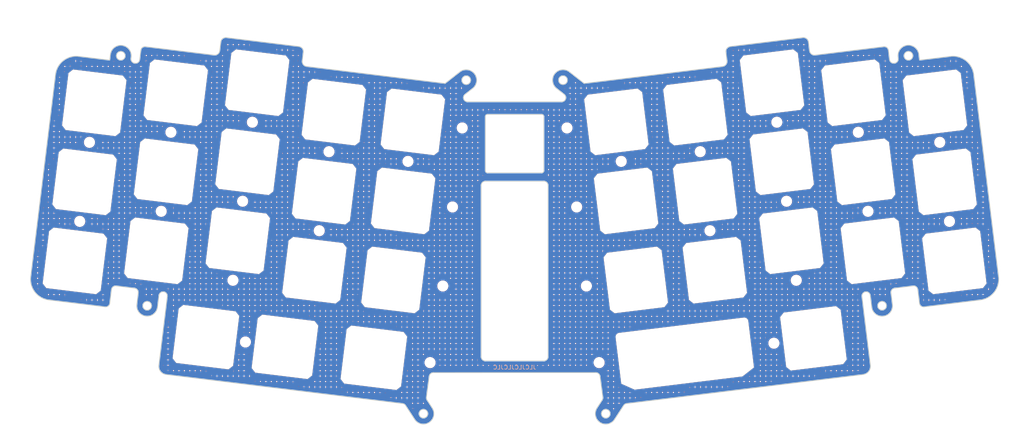
<source format=kicad_pcb>
(kicad_pcb (version 20221018) (generator pcbnew)
  (title_block (title "Le Capybara") (date "2023-07-07") (rev "v0.1") (company "sporkus"))
  (layers (0 "F.Cu" signal) (31 "B.Cu" signal) (34 "B.Paste" user) (35 "F.Paste" user) (36 "B.SilkS" user "B.Silkscreen") (37 "F.SilkS" user "F.Silkscreen") (38 "B.Mask" user) (39 "F.Mask" user) (44 "Edge.Cuts" user))
  (net 0 "")
  (footprint "capacitive_sensors:plate_cut_1U_topre" (layer "F.Cu") (at 194.537698 114.650454 -83)
    (fp_text reference "SW27")
    (fp_text value "EC_SW" hide)
    (fp_line (start -7.3 -6) (end -7.3 6) (stroke (width 0.05)) (layer "Edge.Cuts"))
    (fp_line (start -7.3 -6) (end -6.3 -7) (stroke (width 0.05)) (layer "Edge.Cuts"))
    (fp_line (start -6.3 7) (end -7.3 6) (stroke (width 0.05)) (layer "Edge.Cuts"))
    (fp_line (start -6.3 7) (end 6.3 7) (stroke (width 0.05)) (layer "Edge.Cuts"))
    (fp_line (start 6.3 -7) (end -6.3 -7) (stroke (width 0.05)) (layer "Edge.Cuts"))
    (fp_line (start 6.3 7) (end 7.3 6) (stroke (width 0.05)) (layer "Edge.Cuts"))
    (fp_line (start 7.3 -6) (end 6.3 -7) (stroke (width 0.05)) (layer "Edge.Cuts"))
    (fp_line (start 7.3 6) (end 7.3 -6) (stroke (width 0.05)) (layer "Edge.Cuts"))
  )
  (footprint "capacitive_sensors:MountingHole_2.2mm_M2" (layer "F.Cu") (at 166.860803 136.750673)
    (fp_text reference "H27" hide)
    (fp_text value "M2 Hole")
    (fp_circle (center 0 0) (end 1.1 0) (stroke (width 0.05)) (fill none) (layer "Edge.Cuts"))
    (pad "" np_thru_hole circle (at 0 0) (size 2.2 2.2) (drill 2.2) (layers "*.Cu" "*.Mask"))
  )
  (footprint "capacitive_sensors:plate_cut_1U_topre" (layer "F.Cu") (at 212.8653 107.601842 -83)
    (fp_text reference "SW28")
    (fp_text value "EC_SW" hide)
    (fp_line (start -7.3 -6) (end -7.3 6) (stroke (width 0.05)) (layer "Edge.Cuts"))
    (fp_line (start -7.3 -6) (end -6.3 -7) (stroke (width 0.05)) (layer "Edge.Cuts"))
    (fp_line (start -6.3 7) (end -7.3 6) (stroke (width 0.05)) (layer "Edge.Cuts"))
    (fp_line (start -6.3 7) (end 6.3 7) (stroke (width 0.05)) (layer "Edge.Cuts"))
    (fp_line (start 6.3 -7) (end -6.3 -7) (stroke (width 0.05)) (layer "Edge.Cuts"))
    (fp_line (start 6.3 7) (end 7.3 6) (stroke (width 0.05)) (layer "Edge.Cuts"))
    (fp_line (start 7.3 -6) (end 6.3 -7) (stroke (width 0.05)) (layer "Edge.Cuts"))
    (fp_line (start 7.3 6) (end 7.3 -6) (stroke (width 0.05)) (layer "Edge.Cuts"))
  )
  (footprint "capacitive_sensors:plate_cut_1U_topre" (layer "F.Cu") (at 122.292472 79.156057 83)
    (fp_text reference "SW5")
    (fp_text value "EC_SW" hide)
    (fp_line (start -7.3 -6) (end -7.3 6) (stroke (width 0.05)) (layer "Edge.Cuts"))
    (fp_line (start -7.3 -6) (end -6.3 -7) (stroke (width 0.05)) (layer "Edge.Cuts"))
    (fp_line (start -6.3 7) (end -7.3 6) (stroke (width 0.05)) (layer "Edge.Cuts"))
    (fp_line (start -6.3 7) (end 6.3 7) (stroke (width 0.05)) (layer "Edge.Cuts"))
    (fp_line (start 6.3 -7) (end -6.3 -7) (stroke (width 0.05)) (layer "Edge.Cuts"))
    (fp_line (start 6.3 7) (end 7.3 6) (stroke (width 0.05)) (layer "Edge.Cuts"))
    (fp_line (start 7.3 -6) (end 6.3 -7) (stroke (width 0.05)) (layer "Edge.Cuts"))
    (fp_line (start 7.3 6) (end 7.3 -6) (stroke (width 0.05)) (layer "Edge.Cuts"))
  )
  (footprint "capacitive_sensors:plate_cut_1U_topre" (layer "F.Cu") (at 119.970861 98.064061 83)
    (fp_text reference "SW15")
    (fp_text value "EC_SW" hide)
    (fp_line (start -7.3 -6) (end -7.3 6) (stroke (width 0.05)) (layer "Edge.Cuts"))
    (fp_line (start -7.3 -6) (end -6.3 -7) (stroke (width 0.05)) (layer "Edge.Cuts"))
    (fp_line (start -6.3 7) (end -7.3 6) (stroke (width 0.05)) (layer "Edge.Cuts"))
    (fp_line (start -6.3 7) (end 6.3 7) (stroke (width 0.05)) (layer "Edge.Cuts"))
    (fp_line (start 6.3 -7) (end -6.3 -7) (stroke (width 0.05)) (layer "Edge.Cuts"))
    (fp_line (start 6.3 7) (end 7.3 6) (stroke (width 0.05)) (layer "Edge.Cuts"))
    (fp_line (start 7.3 -6) (end 6.3 -7) (stroke (width 0.05)) (layer "Edge.Cuts"))
    (fp_line (start 7.3 6) (end 7.3 -6) (stroke (width 0.05)) (layer "Edge.Cuts"))
  )
  (footprint "capacitive_sensors:plate_cut_1U_topre" (layer "F.Cu") (at 91.692634 132.978056 -7)
    (fp_text reference "SW31")
    (fp_text value "EC_SW" hide)
    (fp_line (start -7.3 -6) (end -7.3 6) (stroke (width 0.05)) (layer "Edge.Cuts"))
    (fp_line (start -7.3 -6) (end -6.3 -7) (stroke (width 0.05)) (layer "Edge.Cuts"))
    (fp_line (start -6.3 7) (end -7.3 6) (stroke (width 0.05)) (layer "Edge.Cuts"))
    (fp_line (start -6.3 7) (end 6.3 7) (stroke (width 0.05)) (layer "Edge.Cuts"))
    (fp_line (start 6.3 -7) (end -6.3 -7) (stroke (width 0.05)) (layer "Edge.Cuts"))
    (fp_line (start 6.3 7) (end 7.3 6) (stroke (width 0.05)) (layer "Edge.Cuts"))
    (fp_line (start 7.3 -6) (end 6.3 -7) (stroke (width 0.05)) (layer "Edge.Cuts"))
    (fp_line (start 7.3 6) (end 7.3 -6) (stroke (width 0.05)) (layer "Edge.Cuts"))
  )
  (footprint "capacitive_sensors:plate_cut_1U_topre" (layer "F.Cu") (at 232.353707 110.007232 -83)
    (fp_text reference "SW29")
    (fp_text value "EC_SW" hide)
    (fp_line (start -7.3 -6) (end -7.3 6) (stroke (width 0.05)) (layer "Edge.Cuts"))
    (fp_line (start -7.3 -6) (end -6.3 -7) (stroke (width 0.05)) (layer "Edge.Cuts"))
    (fp_line (start -6.3 7) (end -7.3 6) (stroke (width 0.05)) (layer "Edge.Cuts"))
    (fp_line (start -6.3 7) (end 6.3 7) (stroke (width 0.05)) (layer "Edge.Cuts"))
    (fp_line (start 6.3 -7) (end -6.3 -7) (stroke (width 0.05)) (layer "Edge.Cuts"))
    (fp_line (start 6.3 7) (end 7.3 6) (stroke (width 0.05)) (layer "Edge.Cuts"))
    (fp_line (start 7.3 -6) (end 6.3 -7) (stroke (width 0.05)) (layer "Edge.Cuts"))
    (fp_line (start 7.3 6) (end 7.3 -6) (stroke (width 0.05)) (layer "Edge.Cuts"))
  )
  (footprint "capacitive_sensors:MountingHole_2.2mm_M2" (layer "F.Cu") (at 159.168967 80.607062)
    (fp_text reference "H3" hide)
    (fp_text value "M2 Hole")
    (fp_circle (center 0 0) (end 1.1 0) (stroke (width 0.05)) (fill none) (layer "Edge.Cuts"))
    (pad "" np_thru_hole circle (at 0 0) (size 2.2 2.2) (drill 2.2) (layers "*.Cu" "*.Mask"))
  )
  (footprint "capacitive_sensors:plate_cut_1U_topre" (layer "F.Cu") (at 230.032096 91.099228 -83)
    (fp_text reference "SW19")
    (fp_text value "EC_SW" hide)
    (fp_line (start -7.3 -6) (end -7.3 6) (stroke (width 0.05)) (layer "Edge.Cuts"))
    (fp_line (start -7.3 -6) (end -6.3 -7) (stroke (width 0.05)) (layer "Edge.Cuts"))
    (fp_line (start -6.3 7) (end -7.3 6) (stroke (width 0.05)) (layer "Edge.Cuts"))
    (fp_line (start -6.3 7) (end 6.3 7) (stroke (width 0.05)) (layer "Edge.Cuts"))
    (fp_line (start 6.3 -7) (end -6.3 -7) (stroke (width 0.05)) (layer "Edge.Cuts"))
    (fp_line (start 6.3 7) (end 7.3 6) (stroke (width 0.05)) (layer "Edge.Cuts"))
    (fp_line (start 7.3 -6) (end 6.3 -7) (stroke (width 0.05)) (layer "Edge.Cuts"))
    (fp_line (start 7.3 6) (end 7.3 -6) (stroke (width 0.05)) (layer "Edge.Cuts"))
  )
  (footprint "capacitive_sensors:MountingHole_2.2mm_M2" (layer "F.Cu") (at 126.418141 136.750673)
    (fp_text reference "H2" hide)
    (fp_text value "M2 Hole")
    (fp_circle (center 0 0) (end 1.1 0) (stroke (width 0.05)) (fill none) (layer "Edge.Cuts"))
    (pad "" np_thru_hole circle (at 0 0) (size 2.2 2.2) (drill 2.2) (layers "*.Cu" "*.Mask"))
  )
  (footprint "capacitive_sensors:plate_cut_1U_topre" (layer "F.Cu") (at 72.784629 130.656448 -7)
    (fp_text reference "SW35")
    (fp_text value "EC_SW" hide)
    (fp_line (start -7.3 -6) (end -7.3 6) (stroke (width 0.05)) (layer "Edge.Cuts"))
    (fp_line (start -7.3 -6) (end -6.3 -7) (stroke (width 0.05)) (layer "Edge.Cuts"))
    (fp_line (start -6.3 7) (end -7.3 6) (stroke (width 0.05)) (layer "Edge.Cuts"))
    (fp_line (start -6.3 7) (end 6.3 7) (stroke (width 0.05)) (layer "Edge.Cuts"))
    (fp_line (start 6.3 -7) (end -6.3 -7) (stroke (width 0.05)) (layer "Edge.Cuts"))
    (fp_line (start 6.3 7) (end 7.3 6) (stroke (width 0.05)) (layer "Edge.Cuts"))
    (fp_line (start 7.3 -6) (end 6.3 -7) (stroke (width 0.05)) (layer "Edge.Cuts"))
    (fp_line (start 7.3 6) (end 7.3 -6) (stroke (width 0.05)) (layer "Edge.Cuts"))
  )
  (footprint "capacitive_sensors:MountingHole_2.2mm_M2" (layer "F.Cu") (at 81.574451 98.147837)
    (fp_text reference "H24" hide)
    (fp_text value "M2 Hole")
    (fp_circle (center 0 0) (end 1.1 0) (stroke (width 0.05)) (fill none) (layer "Edge.Cuts"))
    (pad "" np_thru_hole circle (at 0 0) (size 2.2 2.2) (drill 2.2) (layers "*.Cu" "*.Mask"))
  )
  (footprint "capacitive_sensors:MountingHole_2.2mm_M2" (layer "F.Cu") (at 231.18673 100.554051)
    (fp_text reference "H33" hide)
    (fp_text value "M2 Hole")
    (fp_circle (center 0 0) (end 1.1 0) (stroke (width 0.05)) (fill none) (layer "Edge.Cuts"))
    (pad "" np_thru_hole circle (at 0 0) (size 2.2 2.2) (drill 2.2) (layers "*.Cu" "*.Mask"))
  )
  (footprint "capacitive_sensors:MountingHole_2.2mm_M2" (layer "F.Cu") (at 129.466755 118.423073)
    (fp_text reference "H14" hide)
    (fp_text value "M2 Hole")
    (fp_circle (center 0 0) (end 1.1 0) (stroke (width 0.05)) (fill none) (layer "Edge.Cuts"))
    (pad "" np_thru_hole circle (at 0 0) (size 2.2 2.2) (drill 2.2) (layers "*.Cu" "*.Mask"))
  )
  (footprint "capacitive_sensors:plate_cut_1U_topre" (layer "F.Cu") (at 60.925238 110.007232 83)
    (fp_text reference "SW22")
    (fp_text value "EC_SW" hide)
    (fp_line (start -7.3 -6) (end -7.3 6) (stroke (width 0.05)) (layer "Edge.Cuts"))
    (fp_line (start -7.3 -6) (end -6.3 -7) (stroke (width 0.05)) (layer "Edge.Cuts"))
    (fp_line (start -6.3 7) (end -7.3 6) (stroke (width 0.05)) (layer "Edge.Cuts"))
    (fp_line (start -6.3 7) (end 6.3 7) (stroke (width 0.05)) (layer "Edge.Cuts"))
    (fp_line (start 6.3 -7) (end -6.3 -7) (stroke (width 0.05)) (layer "Edge.Cuts"))
    (fp_line (start 6.3 7) (end 7.3 6) (stroke (width 0.05)) (layer "Edge.Cuts"))
    (fp_line (start 7.3 -6) (end 6.3 -7) (stroke (width 0.05)) (layer "Edge.Cuts"))
    (fp_line (start 7.3 6) (end 7.3 -6) (stroke (width 0.05)) (layer "Edge.Cuts"))
  )
  (footprint "capacitive_sensors:plate_cut_1U_topre" (layer "F.Cu") (at 175.629694 116.972065 -83)
    (fp_text reference "SW26")
    (fp_text value "EC_SW" hide)
    (fp_line (start -7.3 -6) (end -7.3 6) (stroke (width 0.05)) (layer "Edge.Cuts"))
    (fp_line (start -7.3 -6) (end -6.3 -7) (stroke (width 0.05)) (layer "Edge.Cuts"))
    (fp_line (start -6.3 7) (end -7.3 6) (stroke (width 0.05)) (layer "Edge.Cuts"))
    (fp_line (start -6.3 7) (end 6.3 7) (stroke (width 0.05)) (layer "Edge.Cuts"))
    (fp_line (start 6.3 -7) (end -6.3 -7) (stroke (width 0.05)) (layer "Edge.Cuts"))
    (fp_line (start 6.3 7) (end 7.3 6) (stroke (width 0.05)) (layer "Edge.Cuts"))
    (fp_line (start 7.3 -6) (end 6.3 -7) (stroke (width 0.05)) (layer "Edge.Cuts"))
    (fp_line (start 7.3 6) (end 7.3 -6) (stroke (width 0.05)) (layer "Edge.Cuts"))
  )
  (footprint "capacitive_sensors:plate_cut_1U_topre" (layer "F.Cu") (at 103.384468 76.834446 83)
    (fp_text reference "SW4")
    (fp_text value "EC_SW" hide)
    (fp_line (start -7.3 -6) (end -7.3 6) (stroke (width 0.05)) (layer "Edge.Cuts"))
    (fp_line (start -7.3 -6) (end -6.3 -7) (stroke (width 0.05)) (layer "Edge.Cuts"))
    (fp_line (start -6.3 7) (end -7.3 6) (stroke (width 0.05)) (layer "Edge.Cuts"))
    (fp_line (start -6.3 7) (end 6.3 7) (stroke (width 0.05)) (layer "Edge.Cuts"))
    (fp_line (start 6.3 -7) (end -6.3 -7) (stroke (width 0.05)) (layer "Edge.Cuts"))
    (fp_line (start 6.3 7) (end 7.3 6) (stroke (width 0.05)) (layer "Edge.Cuts"))
    (fp_line (start 7.3 -6) (end 6.3 -7) (stroke (width 0.05)) (layer "Edge.Cuts"))
    (fp_line (start 7.3 6) (end 7.3 -6) (stroke (width 0.05)) (layer "Edge.Cuts"))
  )
  (footprint "capacitive_sensors:MountingHole_2.2mm_M2" (layer "F.Cu") (at 42.603801 102.95944)
    (fp_text reference "H7" hide)
    (fp_text value "M2 Hole")
    (fp_circle (center 0 0) (end 1.1 0) (stroke (width 0.05)) (fill none) (layer "Edge.Cuts"))
    (pad "" np_thru_hole circle (at 0 0) (size 2.2 2.2) (drill 2.2) (layers "*.Cu" "*.Mask"))
  )
  (footprint "capacitive_sensors:MountingHole_2.2mm_M2" (layer "F.Cu") (at 248.353525 84.051435)
    (fp_text reference "H29" hide)
    (fp_text value "M2 Hole")
    (fp_circle (center 0 0) (end 1.1 0) (stroke (width 0.05)) (fill none) (layer "Edge.Cuts"))
    (pad "" np_thru_hole circle (at 0 0) (size 2.2 2.2) (drill 2.2) (layers "*.Cu" "*.Mask"))
  )
  (footprint "capacitive_sensors:plate_cut_1U_topre" (layer "F.Cu") (at 117.64925 116.972065 83)
    (fp_text reference "SW25")
    (fp_text value "EC_SW" hide)
    (fp_line (start -7.3 -6) (end -7.3 6) (stroke (width 0.05)) (layer "Edge.Cuts"))
    (fp_line (start -7.3 -6) (end -6.3 -7) (stroke (width 0.05)) (layer "Edge.Cuts"))
    (fp_line (start -6.3 7) (end -7.3 6) (stroke (width 0.05)) (layer "Edge.Cuts"))
    (fp_line (start -6.3 7) (end 6.3 7) (stroke (width 0.05)) (layer "Edge.Cuts"))
    (fp_line (start 6.3 -7) (end -6.3 -7) (stroke (width 0.05)) (layer "Edge.Cuts"))
    (fp_line (start 6.3 7) (end 7.3 6) (stroke (width 0.05)) (layer "Edge.Cuts"))
    (fp_line (start 7.3 -6) (end 6.3 -7) (stroke (width 0.05)) (layer "Edge.Cuts"))
    (fp_line (start 7.3 6) (end 7.3 -6) (stroke (width 0.05)) (layer "Edge.Cuts"))
  )
  (footprint "capacitive_sensors:MountingHole_2.2mm_M2" (layer "F.Cu") (at 209.376715 79.24065)
    (fp_text reference "H30" hide)
    (fp_text value "M2 Hole")
    (fp_circle (center 0 0) (end 1.1 0) (stroke (width 0.05)) (fill none) (layer "Edge.Cuts"))
    (pad "" np_thru_hole circle (at 0 0) (size 2.2 2.2) (drill 2.2) (layers "*.Cu" "*.Mask"))
  )
  (footprint "capacitive_sensors:plate_cut_1U_topre" (layer "F.Cu") (at 112.964139 135.589868 -7)
    (fp_text reference "SW32")
    (fp_text value "EC_SW" hide)
    (fp_line (start -7.3 -6) (end -7.3 6) (stroke (width 0.05)) (layer "Edge.Cuts"))
    (fp_line (start -7.3 -6) (end -6.3 -7) (stroke (width 0.05)) (layer "Edge.Cuts"))
    (fp_line (start -6.3 7) (end -7.3 6) (stroke (width 0.05)) (layer "Edge.Cuts"))
    (fp_line (start -6.3 7) (end 6.3 7) (stroke (width 0.05)) (layer "Edge.Cuts"))
    (fp_line (start 6.3 -7) (end -6.3 -7) (stroke (width 0.05)) (layer "Edge.Cuts"))
    (fp_line (start 6.3 7) (end 7.3 6) (stroke (width 0.05)) (layer "Edge.Cuts"))
    (fp_line (start 7.3 -6) (end 6.3 -7) (stroke (width 0.05)) (layer "Edge.Cuts"))
    (fp_line (start 7.3 6) (end 7.3 -6) (stroke (width 0.05)) (layer "Edge.Cuts"))
  )
  (footprint "capacitive_sensors:plate_cut_1U_topre" (layer "F.Cu") (at 43.758442 93.504618 83)
    (fp_text reference "SW11")
    (fp_text value "EC_SW" hide)
    (fp_line (start -7.3 -6) (end -7.3 6) (stroke (width 0.05)) (layer "Edge.Cuts"))
    (fp_line (start -7.3 -6) (end -6.3 -7) (stroke (width 0.05)) (layer "Edge.Cuts"))
    (fp_line (start -6.3 7) (end -7.3 6) (stroke (width 0.05)) (layer "Edge.Cuts"))
    (fp_line (start -6.3 7) (end 6.3 7) (stroke (width 0.05)) (layer "Edge.Cuts"))
    (fp_line (start 6.3 -7) (end -6.3 -7) (stroke (width 0.05)) (layer "Edge.Cuts"))
    (fp_line (start 6.3 7) (end 7.3 6) (stroke (width 0.05)) (layer "Edge.Cuts"))
    (fp_line (start 7.3 -6) (end 6.3 -7) (stroke (width 0.05)) (layer "Edge.Cuts"))
    (fp_line (start 7.3 6) (end 7.3 -6) (stroke (width 0.05)) (layer "Edge.Cuts"))
  )
  (footprint "capacitive_sensors:MountingHole_2.2mm_M2" (layer "F.Cu") (at 163.812189 118.423073)
    (fp_text reference "H23" hide)
    (fp_text value "M2 Hole")
    (fp_circle (center 0 0) (end 1.1 0) (stroke (width 0.05)) (fill none) (layer "Edge.Cuts"))
    (pad "" np_thru_hole circle (at 0 0) (size 2.2 2.2) (drill 2.2) (layers "*.Cu" "*.Mask"))
  )
  (footprint "capacitive_sensors:plate_cut_1U_topre" (layer "F.Cu") (at 227.710485 72.191224 -83)
    (fp_text reference "SW9")
    (fp_text value "EC_SW" hide)
    (fp_line (start -7.3 -6) (end -7.3 6) (stroke (width 0.05)) (layer "Edge.Cuts"))
    (fp_line (start -7.3 -6) (end -6.3 -7) (stroke (width 0.05)) (layer "Edge.Cuts"))
    (fp_line (start -6.3 7) (end -7.3 6) (stroke (width 0.05)) (layer "Edge.Cuts"))
    (fp_line (start -6.3 7) (end 6.3 7) (stroke (width 0.05)) (layer "Edge.Cuts"))
    (fp_line (start 6.3 -7) (end -6.3 -7) (stroke (width 0.05)) (layer "Edge.Cuts"))
    (fp_line (start 6.3 7) (end 7.3 6) (stroke (width 0.05)) (layer "Edge.Cuts"))
    (fp_line (start 7.3 -6) (end 6.3 -7) (stroke (width 0.05)) (layer "Edge.Cuts"))
    (fp_line (start 7.3 6) (end 7.3 -6) (stroke (width 0.05)) (layer "Edge.Cuts"))
  )
  (footprint "capacitive_sensors:plate_cut_1U_topre" (layer "F.Cu") (at 247.198892 74.596614 -83)
    (fp_text reference "SW10")
    (fp_text value "EC_SW" hide)
    (fp_line (start -7.3 -6) (end -7.3 6) (stroke (width 0.05)) (layer "Edge.Cuts"))
    (fp_line (start -7.3 -6) (end -6.3 -7) (stroke (width 0.05)) (layer "Edge.Cuts"))
    (fp_line (start -6.3 7) (end -7.3 6) (stroke (width 0.05)) (layer "Edge.Cuts"))
    (fp_line (start -6.3 7) (end 6.3 7) (stroke (width 0.05)) (layer "Edge.Cuts"))
    (fp_line (start 6.3 -7) (end -6.3 -7) (stroke (width 0.05)) (layer "Edge.Cuts"))
    (fp_line (start 6.3 7) (end 7.3 6) (stroke (width 0.05)) (layer "Edge.Cuts"))
    (fp_line (start 7.3 -6) (end 6.3 -7) (stroke (width 0.05)) (layer "Edge.Cuts"))
    (fp_line (start 7.3 6) (end 7.3 -6) (stroke (width 0.05)) (layer "Edge.Cuts"))
  )
  (footprint "capacitive_sensors:plate_cut_1U_topre" (layer "F.Cu") (at 63.246849 91.099228 83)
    (fp_text reference "SW12")
    (fp_text value "EC_SW" hide)
    (fp_line (start -7.3 -6) (end -7.3 6) (stroke (width 0.05)) (layer "Edge.Cuts"))
    (fp_line (start -7.3 -6) (end -6.3 -7) (stroke (width 0.05)) (layer "Edge.Cuts"))
    (fp_line (start -6.3 7) (end -7.3 6) (stroke (width 0.05)) (layer "Edge.Cuts"))
    (fp_line (start -6.3 7) (end 6.3 7) (stroke (width 0.05)) (layer "Edge.Cuts"))
    (fp_line (start 6.3 -7) (end -6.3 -7) (stroke (width 0.05)) (layer "Edge.Cuts"))
    (fp_line (start 6.3 7) (end 7.3 6) (stroke (width 0.05)) (layer "Edge.Cuts"))
    (fp_line (start 7.3 -6) (end 6.3 -7) (stroke (width 0.05)) (layer "Edge.Cuts"))
    (fp_line (start 7.3 6) (end 7.3 -6) (stroke (width 0.05)) (layer "Edge.Cuts"))
  )
  (footprint "capacitive_sensors:plate_cut_1U_topre" (layer "F.Cu") (at 46.080053 74.596614 83)
    (fp_text reference "SW1")
    (fp_text value "EC_SW" hide)
    (fp_line (start -7.3 -6) (end -7.3 6) (stroke (width 0.05)) (layer "Edge.Cuts"))
    (fp_line (start -7.3 -6) (end -6.3 -7) (stroke (width 0.05)) (layer "Edge.Cuts"))
    (fp_line (start -6.3 7) (end -7.3 6) (stroke (width 0.05)) (layer "Edge.Cuts"))
    (fp_line (start -6.3 7) (end 6.3 7) (stroke (width 0.05)) (layer "Edge.Cuts"))
    (fp_line (start 6.3 -7) (end -6.3 -7) (stroke (width 0.05)) (layer "Edge.Cuts"))
    (fp_line (start 6.3 7) (end 7.3 6) (stroke (width 0.05)) (layer "Edge.Cuts"))
    (fp_line (start 7.3 -6) (end 6.3 -7) (stroke (width 0.05)) (layer "Edge.Cuts"))
    (fp_line (start 7.3 6) (end 7.3 -6) (stroke (width 0.05)) (layer "Edge.Cuts"))
  )
  (footprint "capacitive_sensors:MountingHole_2.2mm_M2" (layer "F.Cu") (at 191.049112 86.289267)
    (fp_text reference "H20" hide)
    (fp_text value "M2 Hole")
    (fp_circle (center 0 0) (end 1.1 0) (stroke (width 0.05)) (fill none) (layer "Edge.Cuts"))
    (pad "" np_thru_hole circle (at 0 0) (size 2.2 2.2) (drill 2.2) (layers "*.Cu" "*.Mask"))
  )
  (footprint "capacitive_sensors:MountingHole_2.2mm_M2" (layer "F.Cu") (at 64.413824 81.646043)
    (fp_text reference "H16" hide)
    (fp_text value "M2 Hole")
    (fp_circle (center 0 0) (end 1.1 0) (stroke (width 0.05)) (fill none) (layer "Edge.Cuts"))
    (pad "" np_thru_hole circle (at 0 0) (size 2.2 2.2) (drill 2.2) (layers "*.Cu" "*.Mask"))
  )
  (footprint "capacitive_sensors:plate_cut_1U_topre" (layer "F.Cu") (at 65.56846 72.191224 83)
    (fp_text reference "SW2")
    (fp_text value "EC_SW" hide)
    (fp_line (start -7.3 -6) (end -7.3 6) (stroke (width 0.05)) (layer "Edge.Cuts"))
    (fp_line (start -7.3 -6) (end -6.3 -7) (stroke (width 0.05)) (layer "Edge.Cuts"))
    (fp_line (start -6.3 7) (end -7.3 6) (stroke (width 0.05)) (layer "Edge.Cuts"))
    (fp_line (start -6.3 7) (end 6.3 7) (stroke (width 0.05)) (layer "Edge.Cuts"))
    (fp_line (start 6.3 -7) (end -6.3 -7) (stroke (width 0.05)) (layer "Edge.Cuts"))
    (fp_line (start 6.3 7) (end 7.3 6) (stroke (width 0.05)) (layer "Edge.Cuts"))
    (fp_line (start 7.3 -6) (end 6.3 -7) (stroke (width 0.05)) (layer "Edge.Cuts"))
    (fp_line (start 7.3 6) (end 7.3 -6) (stroke (width 0.05)) (layer "Edge.Cuts"))
  )
  (footprint "capacitive_sensors:plate_cut_1U_topre" (layer "F.Cu") (at 82.735256 88.693838 83)
    (fp_text reference "SW13")
    (fp_text value "EC_SW" hide)
    (fp_line (start -7.3 -6) (end -7.3 6) (stroke (width 0.05)) (layer "Edge.Cuts"))
    (fp_line (start -7.3 -6) (end -6.3 -7) (stroke (width 0.05)) (layer "Edge.Cuts"))
    (fp_line (start -6.3 7) (end -7.3 6) (stroke (width 0.05)) (layer "Edge.Cuts"))
    (fp_line (start -6.3 7) (end 6.3 7) (stroke (width 0.05)) (layer "Edge.Cuts"))
    (fp_line (start 6.3 -7) (end -6.3 -7) (stroke (width 0.05)) (layer "Edge.Cuts"))
    (fp_line (start 6.3 7) (end 7.3 6) (stroke (width 0.05)) (layer "Edge.Cuts"))
    (fp_line (start 7.3 -6) (end 6.3 -7) (stroke (width 0.05)) (layer "Edge.Cuts"))
    (fp_line (start 7.3 6) (end 7.3 -6) (stroke (width 0.05)) (layer "Edge.Cuts"))
  )
  (footprint "capacitive_sensors:MountingHole_2.2mm_M2" (layer "F.Cu") (at 99.902051 105.196455)
    (fp_text reference "H25" hide)
    (fp_text value "M2 Hole")
    (fp_circle (center 0 0) (end 1.1 0) (stroke (width 0.05)) (fill none) (layer "Edge.Cuts"))
    (pad "" np_thru_hole circle (at 0 0) (size 2.2 2.2) (drill 2.2) (layers "*.Cu" "*.Mask"))
  )
  (footprint "capacitive_sensors:MountingHole_2.2mm_M2" (layer "F.Cu") (at 250.675141 102.959438)
    (fp_text reference "H34" hide)
    (fp_text value "M2 Hole")
    (fp_circle (center 0 0) (end 1.1 0) (stroke (width 0.05)) (fill none) (layer "Edge.Cuts"))
    (pad "" np_thru_hole circle (at 0 0) (size 2.2 2.2) (drill 2.2) (layers "*.Cu" "*.Mask"))
  )
  (footprint "capacitive_sensors:plate_cut_1U_topre" (layer "F.Cu") (at 251.843482 112.409408 -83)
    (fp_text reference "SW30")
    (fp_text value "EC_SW" hide)
    (fp_line (start -7.3 -6) (end -7.3 6) (stroke (width 0.05)) (layer "Edge.Cuts"))
    (fp_line (start -7.3 -6) (end -6.3 -7) (stroke (width 0.05)) (layer "Edge.Cuts"))
    (fp_line (start -6.3 7) (end -7.3 6) (stroke (width 0.05)) (layer "Edge.Cuts"))
    (fp_line (start -6.3 7) (end 6.3 7) (stroke (width 0.05)) (layer "Edge.Cuts"))
    (fp_line (start 6.3 -7) (end -6.3 -7) (stroke (width 0.05)) (layer "Edge.Cuts"))
    (fp_line (start 6.3 7) (end 7.3 6) (stroke (width 0.05)) (layer "Edge.Cuts"))
    (fp_line (start 7.3 -6) (end 6.3 -7) (stroke (width 0.05)) (layer "Edge.Cuts"))
    (fp_line (start 7.3 6) (end 7.3 -6) (stroke (width 0.05)) (layer "Edge.Cuts"))
  )
  (footprint "capacitive_sensors:MountingHole_2.2mm_M2" (layer "F.Cu") (at 161.490576 99.515068)
    (fp_text reference "H11" hide)
    (fp_text value "M2 Hole")
    (fp_circle (center 0 0) (end 1.1 0) (stroke (width 0.05)) (fill none) (layer "Edge.Cuts"))
    (pad "" np_thru_hole circle (at 0 0) (size 2.2 2.2) (drill 2.2) (layers "*.Cu" "*.Mask"))
  )
  (footprint "capacitive_sensors:MountingHole_2.2mm_M2" (layer "F.Cu") (at 83.902227 79.240652)
    (fp_text reference "H4" hide)
    (fp_text value "M2 Hole")
    (fp_circle (center 0 0) (end 1.1 0) (stroke (width 0.05)) (fill none) (layer "Edge.Cuts"))
    (pad "" np_thru_hole circle (at 0 0) (size 2.2 2.2) (drill 2.2) (layers "*.Cu" "*.Mask"))
  )
  (footprint "capacitive_sensors:MountingHole_2.2mm_M2" (layer "F.Cu") (at 134.109977 80.607062)
    (fp_text reference "H21" hide)
    (fp_text value "M2 Hole")
    (fp_circle (center 0 0) (end 1.1 0) (stroke (width 0.05)) (fill none) (layer "Edge.Cuts"))
    (pad "" np_thru_hole circle (at 0 0) (size 2.2 2.2) (drill 2.2) (layers "*.Cu" "*.Mask"))
  )
  (footprint "capacitive_sensors:MountingHole_2.2mm_M2" (layer "F.Cu") (at 79.252841 117.055846)
    (fp_text reference "H10" hide)
    (fp_text value "M2 Hole")
    (fp_circle (center 0 0) (end 1.1 0) (stroke (width 0.05)) (fill none) (layer "Edge.Cuts"))
    (pad "" np_thru_hole circle (at 0 0) (size 2.2 2.2) (drill 2.2) (layers "*.Cu" "*.Mask"))
  )
  (footprint "capacitive_sensors:MountingHole_2.2mm_M2" (layer "F.Cu") (at 82.238631 131.817253)
    (fp_text reference "H22" hide)
    (fp_text value "M2 Hole")
    (fp_circle (center 0 0) (end 1.1 0) (stroke (width 0.05)) (fill none) (layer "Edge.Cuts"))
    (pad "" np_thru_hole circle (at 0 0) (size 2.2 2.2) (drill 2.2) (layers "*.Cu" "*.Mask"))
  )
  (footprint "capacitive_sensors:MountingHole_2.2mm_M2" (layer "F.Cu") (at 208.674973 132.111164)
    (fp_text reference "H32" hide)
    (fp_text value "M2 Hole")
    (fp_circle (center 0 0) (end 1.1 0) (stroke (width 0.05)) (fill none) (layer "Edge.Cuts"))
    (pad "" np_thru_hole circle (at 0 0) (size 2.2 2.2) (drill 2.2) (layers "F&B.Cu" "*.Mask"))
  )
  (footprint "capacitive_sensors:MountingHole_2.2mm_M2" (layer "F.Cu") (at 172.147274 88.610059)
    (fp_text reference "H9" hide)
    (fp_text value "M2 Hole")
    (fp_circle (center 0 0) (end 1.1 0) (stroke (width 0.05)) (fill none) (layer "Edge.Cuts"))
    (pad "" np_thru_hole circle (at 0 0) (size 2.2 2.2) (drill 2.2) (layers "*.Cu" "*.Mask"))
  )
  (footprint "capacitive_sensors:MountingHole_2.2mm_M2" (layer "F.Cu") (at 102.229832 86.289267)
    (fp_text reference "H18" hide)
    (fp_text value "M2 Hole")
    (fp_circle (center 0 0) (end 1.1 0) (stroke (width 0.05)) (fill none) (layer "Edge.Cuts"))
    (pad "" np_thru_hole circle (at 0 0) (size 2.2 2.2) (drill 2.2) (layers "*.Cu" "*.Mask"))
  )
  (footprint "capacitive_sensors:plate_cut_1U_topre" (layer "F.Cu") (at 41.442999 112.413442 83)
    (fp_text reference "SW21")
    (fp_text value "EC_SW" hide)
    (fp_line (start -7.3 -6) (end -7.3 6) (stroke (width 0.05)) (layer "Edge.Cuts"))
    (fp_line (start -7.3 -6) (end -6.3 -7) (stroke (width 0.05)) (layer "Edge.Cuts"))
    (fp_line (start -6.3 7) (end -7.3 6) (stroke (width 0.05)) (layer "Edge.Cuts"))
    (fp_line (start -6.3 7) (end 6.3 7) (stroke (width 0.05)) (layer "Edge.Cuts"))
    (fp_line (start 6.3 -7) (end -6.3 -7) (stroke (width 0.05)) (layer "Edge.Cuts"))
    (fp_line (start 6.3 7) (end 7.3 6) (stroke (width 0.05)) (layer "Edge.Cuts"))
    (fp_line (start 7.3 -6) (end 6.3 -7) (stroke (width 0.05)) (layer "Edge.Cuts"))
    (fp_line (start 7.3 6) (end 7.3 -6) (stroke (width 0.05)) (layer "Edge.Cuts"))
  )
  (footprint "capacitive_sensors:MountingHole_2.2mm_M2" (layer "F.Cu") (at 214.026101 117.055844)
    (fp_text reference "H12" hide)
    (fp_text value "M2 Hole")
    (fp_circle (center 0 0) (end 1.1 0) (stroke (width 0.05)) (fill none) (layer "Edge.Cuts"))
    (pad "" np_thru_hole circle (at 0 0) (size 2.2 2.2) (drill 2.2) (layers "*.Cu" "*.Mask"))
  )
  (footprint "capacitive_sensors:MountingHole_2.2mm_M2" (layer "F.Cu") (at 228.86512 81.646043)
    (fp_text reference "H19" hide)
    (fp_text value "M2 Hole")
    (fp_circle (center 0 0) (end 1.1 0) (stroke (width 0.05)) (fill none) (layer "Edge.Cuts"))
    (pad "" np_thru_hole circle (at 0 0) (size 2.2 2.2) (drill 2.2) (layers "*.Cu" "*.Mask"))
  )
  (footprint "capacitive_sensors:plate_cut_1U_topre" (layer "F.Cu") (at 98.741246 114.650454 83)
    (fp_text reference "SW24")
    (fp_text value "EC_SW" hide)
    (fp_line (start -7.3 -6) (end -7.3 6) (stroke (width 0.05)) (layer "Edge.Cuts"))
    (fp_line (start -7.3 -6) (end -6.3 -7) (stroke (width 0.05)) (layer "Edge.Cuts"))
    (fp_line (start -6.3 7) (end -7.3 6) (stroke (width 0.05)) (layer "Edge.Cuts"))
    (fp_line (start -6.3 7) (end 6.3 7) (stroke (width 0.05)) (layer "Edge.Cuts"))
    (fp_line (start 6.3 -7) (end -6.3 -7) (stroke (width 0.05)) (layer "Edge.Cuts"))
    (fp_line (start 6.3 7) (end 7.3 6) (stroke (width 0.05)) (layer "Edge.Cuts"))
    (fp_line (start 7.3 -6) (end 6.3 -7) (stroke (width 0.05)) (layer "Edge.Cuts"))
    (fp_line (start 7.3 6) (end 7.3 -6) (stroke (width 0.05)) (layer "Edge.Cuts"))
  )
  (footprint "capacitive_sensors:MountingHole_2.2mm_M2" (layer "F.Cu") (at 131.788368 99.515068)
    (fp_text reference "H6" hide)
    (fp_text value "M2 Hole")
    (fp_circle (center 0 0) (end 1.1 0) (stroke (width 0.05)) (fill none) (layer "Edge.Cuts"))
    (pad "" np_thru_hole circle (at 0 0) (size 2.2 2.2) (drill 2.2) (layers "*.Cu" "*.Mask"))
  )
  (footprint "capacitive_sensors:plate_cut_2U_topre" (layer "F.Cu") (at 187.40347 134.722976 7)
    (fp_text reference "SW33")
    (fp_text value "EC_SW" hide)
    (fp_line (start -16 5.175) (end -16 -5.975) (stroke (width 0.05)) (layer "Edge.Cuts"))
    (fp_line (start -16 5.175) (end -13 6.975) (stroke (width 0.05)) (layer "Edge.Cuts"))
    (fp_line (start -15 -6.975) (end 15 -6.975) (stroke (width 0.05)) (layer "Edge.Cuts"))
    (fp_line (start 13 6.975) (end -13 6.975) (stroke (width 0.05)) (layer "Edge.Cuts"))
    (fp_line (start 16 -5.975) (end 16 5.175) (stroke (width 0.05)) (layer "Edge.Cuts"))
    (fp_line (start 16 5.175) (end 13 6.975) (stroke (width 0.05)) (layer "Edge.Cuts"))
    (fp_arc (start -16 -5.975) (mid -15.707107 -6.682107) (end -15 -6.975) (stroke (width 0.05)) (layer "Edge.Cuts"))
    (fp_arc (start 15 -6.975) (mid 15.707106 -6.682107) (end 16 -5.975) (stroke (width 0.05)) (layer "Edge.Cuts"))
  )
  (footprint "capacitive_sensors:plate_cut_1U_topre" (layer "F.Cu") (at 80.413645 107.601842 83)
    (fp_text reference "SW23")
    (fp_text value "EC_SW" hide)
    (fp_line (start -7.3 -6) (end -7.3 6) (stroke (width 0.05)) (layer "Edge.Cuts"))
    (fp_line (start -7.3 -6) (end -6.3 -7) (stroke (width 0.05)) (layer "Edge.Cuts"))
    (fp_line (start -6.3 7) (end -7.3 6) (stroke (width 0.05)) (layer "Edge.Cuts"))
    (fp_line (start -6.3 7) (end 6.3 7) (stroke (width 0.05)) (layer "Edge.Cuts"))
    (fp_line (start 6.3 -7) (end -6.3 -7) (stroke (width 0.05)) (layer "Edge.Cuts"))
    (fp_line (start 6.3 7) (end 7.3 6) (stroke (width 0.05)) (layer "Edge.Cuts"))
    (fp_line (start 7.3 -6) (end 6.3 -7) (stroke (width 0.05)) (layer "Edge.Cuts"))
    (fp_line (start 7.3 6) (end 7.3 -6) (stroke (width 0.05)) (layer "Edge.Cuts"))
  )
  (footprint "capacitive_sensors:plate_cut_1U_topre" (layer "F.Cu") (at 249.520503 93.504618 -83)
    (fp_text reference "SW20")
    (fp_text value "EC_SW" hide)
    (fp_line (start -7.3 -6) (end -7.3 6) (stroke (width 0.05)) (layer "Edge.Cuts"))
    (fp_line (start -7.3 -6) (end -6.3 -7) (stroke (width 0.05)) (layer "Edge.Cuts"))
    (fp_line (start -6.3 7) (end -7.3 6) (stroke (width 0.05)) (layer "Edge.Cuts"))
    (fp_line (start -6.3 7) (end 6.3 7) (stroke (width 0.05)) (layer "Edge.Cuts"))
    (fp_line (start 6.3 -7) (end -6.3 -7) (stroke (width 0.05)) (layer "Edge.Cuts"))
    (fp_line (start 6.3 7) (end 7.3 6) (stroke (width 0.05)) (layer "Edge.Cuts"))
    (fp_line (start 7.3 -6) (end 6.3 -7) (stroke (width 0.05)) (layer "Edge.Cuts"))
    (fp_line (start 7.3 6) (end 7.3 -6) (stroke (width 0.05)) (layer "Edge.Cuts"))
  )
  (footprint "capacitive_sensors:plate_cut_1U_topre" (layer "F.Cu") (at 170.986472 79.156057 -83)
    (fp_text reference "SW6")
    (fp_text value "EC_SW" hide)
    (fp_line (start -7.3 -6) (end -7.3 6) (stroke (width 0.05)) (layer "Edge.Cuts"))
    (fp_line (start -7.3 -6) (end -6.3 -7) (stroke (width 0.05)) (layer "Edge.Cuts"))
    (fp_line (start -6.3 7) (end -7.3 6) (stroke (width 0.05)) (layer "Edge.Cuts"))
    (fp_line (start -6.3 7) (end 6.3 7) (stroke (width 0.05)) (layer "Edge.Cuts"))
    (fp_line (start 6.3 -7) (end -6.3 -7) (stroke (width 0.05)) (layer "Edge.Cuts"))
    (fp_line (start 6.3 7) (end 7.3 6) (stroke (width 0.05)) (layer "Edge.Cuts"))
    (fp_line (start 7.3 -6) (end 6.3 -7) (stroke (width 0.05)) (layer "Edge.Cuts"))
    (fp_line (start 7.3 6) (end 7.3 -6) (stroke (width 0.05)) (layer "Edge.Cuts"))
  )
  (footprint "capacitive_sensors:plate_cut_1U_topre" (layer "F.Cu") (at 192.216087 95.74245 -83)
    (fp_text reference "SW17")
    (fp_text value "EC_SW" hide)
    (fp_line (start -7.3 -6) (end -7.3 6) (stroke (width 0.05)) (layer "Edge.Cuts"))
    (fp_line (start -7.3 -6) (end -6.3 -7) (stroke (width 0.05)) (layer "Edge.Cuts"))
    (fp_line (start -6.3 7) (end -7.3 6) (stroke (width 0.05)) (layer "Edge.Cuts"))
    (fp_line (start -6.3 7) (end 6.3 7) (stroke (width 0.05)) (layer "Edge.Cuts"))
    (fp_line (start 6.3 -7) (end -6.3 -7) (stroke (width 0.05)) (layer "Edge.Cuts"))
    (fp_line (start 6.3 7) (end 7.3 6) (stroke (width 0.05)) (layer "Edge.Cuts"))
    (fp_line (start 7.3 -6) (end 6.3 -7) (stroke (width 0.05)) (layer "Edge.Cuts"))
    (fp_line (start 7.3 6) (end 7.3 -6) (stroke (width 0.05)) (layer "Edge.Cuts"))
  )
  (footprint "capacitive_sensors:plate_cut_1U_topre" (layer "F.Cu") (at 173.308083 98.064061 -83)
    (fp_text reference "SW16")
    (fp_text value "EC_SW" hide)
    (fp_line (start -7.3 -6) (end -7.3 6) (stroke (width 0.05)) (layer "Edge.Cuts"))
    (fp_line (start -7.3 -6) (end -6.3 -7) (stroke (width 0.05)) (layer "Edge.Cuts"))
    (fp_line (start -6.3 7) (end -7.3 6) (stroke (width 0.05)) (layer "Edge.Cuts"))
    (fp_line (start -6.3 7) (end 6.3 7) (stroke (width 0.05)) (layer "Edge.Cuts"))
    (fp_line (start 6.3 -7) (end -6.3 -7) (stroke (width 0.05)) (layer "Edge.Cuts"))
    (fp_line (start 6.3 7) (end 7.3 6) (stroke (width 0.05)) (layer "Edge.Cuts"))
    (fp_line (start 7.3 -6) (end 6.3 -7) (stroke (width 0.05)) (layer "Edge.Cuts"))
    (fp_line (start 7.3 6) (end 7.3 -6) (stroke (width 0.05)) (layer "Edge.Cuts"))
  )
  (footprint "capacitive_sensors:MountingHole_2.2mm_M2" (layer "F.Cu") (at 193.376891 105.196453)
    (fp_text reference "H15" hide)
    (fp_text value "M2 Hole")
    (fp_circle (center 0 0) (end 1.1 0) (stroke (width 0.05)) (fill none) (layer "Edge.Cuts"))
    (pad "" np_thru_hole circle (at 0 0) (size 2.2 2.2) (drill 2.2) (layers "*.Cu" "*.Mask"))
  )
  (footprint "capacitive_sensors:MountingHole_2.2mm_M2" (layer "F.Cu") (at 44.925417 84.051437)
    (fp_text reference "H1" hide)
    (fp_text value "M2 Hole")
    (fp_circle (center 0 0) (end 1.1 0) (stroke (width 0.05)) (fill none) (layer "Edge.Cuts"))
    (pad "" np_thru_hole circle (at 0 0) (size 2.2 2.2) (drill 2.2) (layers "*.Cu" "*.Mask"))
  )
  (footprint "capacitive_sensors:plate_cut_1U_topre" (layer "F.Cu") (at 208.222078 69.785834 -83)
    (fp_text reference "SW8")
    (fp_text value "EC_SW" hide)
    (fp_line (start -7.3 -6) (end -7.3 6) (stroke (width 0.05)) (layer "Edge.Cuts"))
    (fp_line (start -7.3 -6) (end -6.3 -7) (stroke (width 0.05)) (layer "Edge.Cuts"))
    (fp_line (start -6.3 7) (end -7.3 6) (stroke (width 0.05)) (layer "Edge.Cuts"))
    (fp_line (start -6.3 7) (end 6.3 7) (stroke (width 0.05)) (layer "Edge.Cuts"))
    (fp_line (start 6.3 -7) (end -6.3 -7) (stroke (width 0.05)) (layer "Edge.Cuts"))
    (fp_line (start 6.3 7) (end 7.3 6) (stroke (width 0.05)) (layer "Edge.Cuts"))
    (fp_line (start 7.3 -6) (end 6.3 -7) (stroke (width 0.05)) (layer "Edge.Cuts"))
    (fp_line (start 7.3 6) (end 7.3 -6) (stroke (width 0.05)) (layer "Edge.Cuts"))
  )
  (footprint "capacitive_sensors:MountingHole_2.2mm_M2" (layer "F.Cu") (at 211.704491 98.147835)
    (fp_text reference "H28" hide)
    (fp_text value "M2 Hole")
    (fp_circle (center 0 0) (end 1.1 0) (stroke (width 0.05)) (fill none) (layer "Edge.Cuts"))
    (pad "" np_thru_hole circle (at 0 0) (size 2.2 2.2) (drill 2.2) (layers "*.Cu" "*.Mask"))
  )
  (footprint "capacitive_sensors:plate_cut_1U_topre" (layer "F.Cu") (at 189.894476 76.834446 -83)
    (fp_text reference "SW7")
    (fp_text value "EC_SW" hide)
    (fp_line (start -7.3 -6) (end -7.3 6) (stroke (width 0.05)) (layer "Edge.Cuts"))
    (fp_line (start -7.3 -6) (end -6.3 -7) (stroke (width 0.05)) (layer "Edge.Cuts"))
    (fp_line (start -6.3 7) (end -7.3 6) (stroke (width 0.05)) (layer "Edge.Cuts"))
    (fp_line (start -6.3 7) (end 6.3 7) (stroke (width 0.05)) (layer "Edge.Cuts"))
    (fp_line (start 6.3 -7) (end -6.3 -7) (stroke (width 0.05)) (layer "Edge.Cuts"))
    (fp_line (start 6.3 7) (end 7.3 6) (stroke (width 0.05)) (layer "Edge.Cuts"))
    (fp_line (start 7.3 -6) (end 6.3 -7) (stroke (width 0.05)) (layer "Edge.Cuts"))
    (fp_line (start 7.3 6) (end 7.3 -6) (stroke (width 0.05)) (layer "Edge.Cuts"))
  )
  (footprint "capacitive_sensors:plate_cut_1U_topre" (layer "F.Cu") (at 218.130343 130.947143 7)
    (fp_text reference "SW34")
    (fp_text value "EC_SW" hide)
    (fp_line (start -7.3 -6) (end -7.3 6) (stroke (width 0.05)) (layer "Edge.Cuts"))
    (fp_line (start -7.3 -6) (end -6.3 -7) (stroke (width 0.05)) (layer "Edge.Cuts"))
    (fp_line (start -6.3 7) (end -7.3 6) (stroke (width 0.05)) (layer "Edge.Cuts"))
    (fp_line (start -6.3 7) (end 6.3 7) (stroke (width 0.05)) (layer "Edge.Cuts"))
    (fp_line (start 6.3 -7) (end -6.3 -7) (stroke (width 0.05)) (layer "Edge.Cuts"))
    (fp_line (start 6.3 7) (end 7.3 6) (stroke (width 0.05)) (layer "Edge.Cuts"))
    (fp_line (start 7.3 -6) (end 6.3 -7) (stroke (width 0.05)) (layer "Edge.Cuts"))
    (fp_line (start 7.3 6) (end 7.3 -6) (stroke (width 0.05)) (layer "Edge.Cuts"))
  )
  (footprint "capacitive_sensors:MountingHole_2.2mm_M2" (layer "F.Cu") (at 121.131668 88.610061)
    (fp_text reference "H26" hide)
    (fp_text value "M2 Hole")
    (fp_circle (center 0 0) (end 1.1 0) (stroke (width 0.05)) (fill none) (layer "Edge.Cuts"))
    (pad "" np_thru_hole circle (at 0 0) (size 2.2 2.2) (drill 2.2) (layers "*.Cu" "*.Mask"))
  )
  (footprint "capacitive_sensors:MountingHole_2.2mm_M2" (layer "F.Cu") (at 62.092212 100.554053 7)
    (fp_text reference "H17" hide)
    (fp_text value "M2 Hole")
    (fp_circle (center 0 0) (end 1.1 0) (stroke (width 0.05)) (fill none) (layer "Edge.Cuts"))
    (pad "" np_thru_hole circle (at 0 0 7) (size 2.2 2.2) (drill 2.2) (layers "*.Cu" "*.Mask"))
  )
  (footprint "capacitive_sensors:plate_cut_1U_topre" (layer "F.Cu") (at 85.056867 69.785834 83)
    (fp_text reference "SW3")
    (fp_text value "EC_SW" hide)
    (fp_line (start -7.3 -6) (end -7.3 6) (stroke (width 0.05)) (layer "Edge.Cuts"))
    (fp_line (start -7.3 -6) (end -6.3 -7) (stroke (width 0.05)) (layer "Edge.Cuts"))
    (fp_line (start -6.3 7) (end -7.3 6) (stroke (width 0.05)) (layer "Edge.Cuts"))
    (fp_line (start -6.3 7) (end 6.3 7) (stroke (width 0.05)) (layer "Edge.Cuts"))
    (fp_line (start 6.3 -7) (end -6.3 -7) (stroke (width 0.05)) (layer "Edge.Cuts"))
    (fp_line (start 6.3 7) (end 7.3 6) (stroke (width 0.05)) (layer "Edge.Cuts"))
    (fp_line (start 7.3 -6) (end 6.3 -7) (stroke (width 0.05)) (layer "Edge.Cuts"))
    (fp_line (start 7.3 6) (end 7.3 -6) (stroke (width 0.05)) (layer "Edge.Cuts"))
  )
  (footprint "capacitive_sensors:plate_cut_1U_topre" (layer "F.Cu") (at 101.062857 95.74245 83)
    (fp_text reference "SW14")
    (fp_text value "EC_SW" hide)
    (fp_line (start -7.3 -6) (end -7.3 6) (stroke (width 0.05)) (layer "Edge.Cuts"))
    (fp_line (start -7.3 -6) (end -6.3 -7) (stroke (width 0.05)) (layer "Edge.Cuts"))
    (fp_line (start -6.3 7) (end -7.3 6) (stroke (width 0.05)) (layer "Edge.Cuts"))
    (fp_line (start -6.3 7) (end 6.3 7) (stroke (width 0.05)) (layer "Edge.Cuts"))
    (fp_line (start 6.3 -7) (end -6.3 -7) (stroke (width 0.05)) (layer "Edge.Cuts"))
    (fp_line (start 6.3 7) (end 7.3 6) (stroke (width 0.05)) (layer "Edge.Cuts"))
    (fp_line (start 7.3 -6) (end 6.3 -7) (stroke (width 0.05)) (layer "Edge.Cuts"))
    (fp_line (start 7.3 6) (end 7.3 -6) (stroke (width 0.05)) (layer "Edge.Cuts"))
  )
  (footprint "capacitive_sensors:plate_cut_1U_topre" (layer "F.Cu") (at 210.543689 88.693838 -83)
    (fp_text reference "SW18")
    (fp_text value "EC_SW" hide)
    (fp_line (start -7.3 -6) (end -7.3 6) (stroke (width 0.05)) (layer "Edge.Cuts"))
    (fp_line (start -7.3 -6) (end -6.3 -7) (stroke (width 0.05)) (layer "Edge.Cuts"))
    (fp_line (start -6.3 7) (end -7.3 6) (stroke (width 0.05)) (layer "Edge.Cuts"))
    (fp_line (start -6.3 7) (end 6.3 7) (stroke (width 0.05)) (layer "Edge.Cuts"))
    (fp_line (start 6.3 -7) (end -6.3 -7) (stroke (width 0.05)) (layer "Edge.Cuts"))
    (fp_line (start 6.3 7) (end 7.3 6) (stroke (width 0.05)) (layer "Edge.Cuts"))
    (fp_line (start 7.3 -6) (end 6.3 -7) (stroke (width 0.05)) (layer "Edge.Cuts"))
    (fp_line (start 7.3 6) (end 7.3 -6) (stroke (width 0.05)) (layer "Edge.Cuts"))
  )
  (gr_line (start 77.682917 58.995632) (end 95.052477 61.128345) (stroke (width 0.2)) (layer "Edge.Cuts"))
  (gr_line (start 130.002631 69.966074) (end 133.525011 67.208887) (stroke (width 0.2)) (layer "Edge.Cuts"))
  (gr_arc (start 244.607885 123.412317) (mid 243.870364 123.207768) (end 243.493469 122.54164) (stroke (width 0.2)) (layer "Edge.Cuts"))
  (gr_line (start 173.443954 146.544944) (end 230.025537 139.5976) (stroke (width 0.2)) (layer "Edge.Cuts"))
  (gr_line (start 153.139472 91.358057) (end 140.139472 91.358057) (stroke (width 0.2)) (layer "Edge.Cuts"))
  (gr_line (start 50.197233 119.273574) (end 49.795467 122.545699) (stroke (width 0.2)) (layer "Edge.Cuts"))
  (gr_arc (start 35.216943 121.763192) (mid 31.886181 119.878804) (end 30.863559 116.191114) (stroke (width 0.2)) (layer "Edge.Cuts"))
  (gr_arc (start 133.525011 67.208887) (mid 137.034867 67.633966) (end 136.609849 71.143829) (stroke (width 0.2)) (layer "Edge.Cuts"))
  (gr_arc (start 170.552211 150.329837) (mid 167.092679 151.059205) (end 166.363381 147.599687) (stroke (width 0.2)) (layer "Edge.Cuts"))
  (gr_circle (center 135.06743 69.176357) (end 134.01743 69.176359) (stroke (width 0.2)) (fill none) (layer "Edge.Cuts"))
  (gr_arc (start 50.197233 119.273574) (mid 50.574096 118.607393) (end 51.311649 118.402897) (stroke (width 0.2)) (layer "Edge.Cuts"))
  (gr_line (start 61.558128 120.668517) (end 61.215624 123.45799) (stroke (width 0.2)) (layer "Edge.Cuts"))
  (gr_line (start 122.736741 150.333918) (end 120.56088 146.99552) (stroke (width 0.2)) (layer "Edge.Cuts"))
  (gr_line (start 55.746721 65.124164) (end 55.826748 65.13399) (stroke (width 0.2)) (layer "Edge.Cuts"))
  (gr_arc (start 262.425377 116.187055) (mid 261.402722 119.87475) (end 258.071993 121.759133) (stroke (width 0.2)) (layer "Edge.Cuts"))
  (gr_line (start 96.097289 62.465643) (end 95.839839 64.562398) (stroke (width 0.2)) (layer "Edge.Cuts"))
  (gr_arc (start 231.76689 137.368768) (mid 231.357819 138.84383) (end 230.025537 139.5976) (stroke (width 0.2)) (layer "Edge.Cuts"))
  (gr_line (start 127.20579 139.149902) (end 166.082638 139.146364) (stroke (width 0.2)) (layer "Edge.Cuts"))
  (gr_line (start 243.493469 122.54164) (end 243.091703 119.269515) (stroke (width 0.2)) (layer "Edge.Cuts"))
  (gr_arc (start 55.746721 65.124164) (mid 55.080583 64.747269) (end 54.876045 64.009748) (stroke (width 0.2)) (layer "Edge.Cuts"))
  (gr_line (start 61.522046 137.372827) (end 63.543155 120.912212) (stroke (width 0.2)) (layer "Edge.Cuts"))
  (gr_arc (start 55.72472 118.944754) (mid 56.390835 119.321644) (end 56.595397 120.05917) (stroke (width 0.2)) (layer "Edge.Cuts"))
  (gr_line (start 56.252893 122.848643) (end 56.595397 120.05917) (stroke (width 0.2)) (layer "Edge.Cuts"))
  (gr_arc (start 218.538067 63.17795) (mid 217.653092 62.932427) (end 217.200764 62.13314) (stroke (width 0.2)) (layer "Edge.Cuts"))
  (gr_line (start 63.263399 139.601659) (end 119.844982 146.549003) (stroke (width 0.2)) (layer "Edge.Cuts"))
  (gr_arc (start 238.368963 63.647923) (mid 240.55667 60.847786) (end 243.356807 63.035493) (stroke (width 0.2)) (layer "Edge.Cuts"))
  (gr_line (start 232.073312 123.453931) (end 231.730808 120.664458) (stroke (width 0.2)) (layer "Edge.Cuts"))
  (gr_arc (start 76.088172 62.137199) (mid 75.635863 62.936511) (end 74.750869 63.182009) (stroke (width 0.2)) (layer "Edge.Cuts"))
  (gr_arc (start 197.449097 64.558339) (mid 197.20371 65.44342) (end 196.404284 65.895636) (stroke (width 0.2)) (layer "Edge.Cuts"))
  (gr_arc (start 237.036043 122.844584) (mid 234.859351 125.630623) (end 232.073312 123.453931) (stroke (width 0.2)) (layer "Edge.Cuts"))
  (gr_line (start 140.139472 77.358057) (end 153.139472 77.358057) (stroke (width 0.2)) (layer "Edge.Cuts"))
  (gr_arc (start 96.884652 65.899695) (mid 96.085226 65.447479) (end 95.839839 64.562398) (stroke (width 0.2)) (layer "Edge.Cuts"))
  (gr_arc (start 135.394999 74.361699) (mid 134.449338 73.68727) (end 134.779303 72.573604) (stroke (width 0.2)) (layer "Edge.Cuts"))
  (gr_arc (start 95.052475 61.128344) (mid 95.85181 61.580628) (end 96.097289 62.465643) (stroke (width 0.2)) (layer "Edge.Cuts"))
  (gr_line (start 256.488493 67.835015) (end 262.425377 116.187055) (stroke (width 0.2)) (layer "Edge.Cuts"))
  (gr_circle (center 158.221506 69.172298) (end 159.271506 69.1723) (stroke (width 0.2)) (fill none) (layer "Edge.Cuts"))
  (gr_line (start 154.640692 94.348132) (end 154.640691 135.34813) (stroke (width 0.2)) (layer "Edge.Cuts"))
  (gr_line (start 135.394999 74.361699) (end 157.89529 74.358473) (stroke (width 0.2)) (layer "Edge.Cuts"))
  (gr_line (start 243.523049 64.389422) (end 250.916415 63.481631) (stroke (width 0.2)) (layer "Edge.Cuts"))
  (gr_line (start 153.640692 136.348133) (end 139.640692 136.348133) (stroke (width 0.2)) (layer "Edge.Cuts"))
  (gr_line (start 136.609849 71.143829) (end 134.779303 72.573604) (stroke (width 0.2)) (layer "Edge.Cuts"))
  (gr_arc (start 49.932129 63.039552) (mid 52.732253 60.851844) (end 54.919973 63.651982) (stroke (width 0.2)) (layer "Edge.Cuts"))
  (gr_line (start 218.538067 63.17795) (end 234.959918 61.1616) (stroke (width 0.2)) (layer "Edge.Cuts"))
  (gr_arc (start 61.215624 123.45799) (mid 58.429587 125.634678) (end 56.252893 122.848643) (stroke (width 0.2)) (layer "Edge.Cuts"))
  (gr_line (start 161.709203 68.729846) (end 163.286305 69.962015) (stroke (width 0.2)) (layer "Edge.Cuts"))
  (gr_line (start 42.372521 63.48569) (end 49.765887 64.393481) (stroke (width 0.2)) (layer "Edge.Cuts"))
  (gr_arc (start 57.214602 62.036336) (mid 57.591489 61.370183) (end 58.329018 61.165659) (stroke (width 0.2)) (layer "Edge.Cuts"))
  (gr_arc (start 126.21475 140.017014) (mid 126.547395 139.397299) (end 127.20579 139.149902) (stroke (width 0.2)) (layer "Edge.Cuts"))
  (gr_arc (start 236.693539 120.055111) (mid 236.898063 119.317571) (end 237.564216 118.940695) (stroke (width 0.2)) (layer "Edge.Cuts"))
  (gr_line (start 159.763925 67.204825) (end 161.709203 68.729846) (stroke (width 0.2)) (layer "Edge.Cuts"))
  (gr_arc (start 36.800443 67.839074) (mid 38.684899 64.508422) (end 42.372521 63.48569) (stroke (width 0.2)) (layer "Edge.Cuts"))
  (gr_arc (start 139.640692 136.348133) (mid 138.933665 136.055163) (end 138.640692 135.348132) (stroke (width 0.2)) (layer "Edge.Cuts"))
  (gr_line (start 197.449097 64.558339) (end 197.191647 62.461584) (stroke (width 0.2)) (layer "Edge.Cuts"))
  (gr_line (start 236.693539 120.055111) (end 237.036043 122.844584) (stroke (width 0.2)) (layer "Edge.Cuts"))
  (gr_circle (center 234.554678 123.149257) (end 235.604679 123.149258) (stroke (width 0.2)) (fill none) (layer "Edge.Cuts"))
  (gr_line (start 58.329018 61.165659) (end 74.750869 63.182009) (stroke (width 0.2)) (layer "Edge.Cuts"))
  (gr_arc (start 153.139472 77.358057) (mid 153.493025 77.504504) (end 153.639472 77.858057) (stroke (width 0.2)) (layer "Edge.Cuts"))
  (gr_line (start 258.071993 121.759133) (end 244.607885 123.412317) (stroke (width 0.2)) (layer "Edge.Cuts"))
  (gr_arc (start 234.959918 61.1616) (mid 235.69746 61.366122) (end 236.074334 62.032277) (stroke (width 0.2)) (layer "Edge.Cuts"))
  (gr_line (start 172.728056 146.991461) (end 170.552195 150.329859) (stroke (width 0.2)) (layer "Edge.Cuts"))
  (gr_line (start 153.639472 77.858057) (end 153.639472 90.858057) (stroke (width 0.2)) (layer "Edge.Cuts"))
  (gr_arc (start 49.795467 122.545699) (mid 49.418566 123.211828) (end 48.681051 123.416376) (stroke (width 0.2)) (layer "Edge.Cuts"))
  (gr_arc (start 56.941164 64.263313) (mid 56.564259 64.929432) (end 55.826748 65.13399) (stroke (width 0.2)) (layer "Edge.Cuts"))
  (gr_line (start 167.07385 140.013399) (end 167.747194 145.032513) (stroke (width 0.2)) (layer "Edge.Cuts"))
  (gr_arc (start 237.462188 65.129931) (mid 236.724669 64.92538) (end 236.347772 64.259254) (stroke (width 0.2)) (layer "Edge.Cuts"))
  (gr_line (start 139.640692 93.348132) (end 153.640692 93.348132) (stroke (width 0.2)) (layer "Edge.Cuts"))
  (gr_arc (start 166.082638 139.146364) (mid 166.741115 139.393684) (end 167.07385 140.013399) (stroke (width 0.2)) (layer "Edge.Cuts"))
  (gr_line (start 198.236459 61.124286) (end 215.606019 58.991573) (stroke (width 0.2)) (layer "Edge.Cuts"))
  (gr_circle (center 124.83114 148.968822) (end 123.781139 148.968821) (stroke (width 0.2)) (fill none) (layer "Edge.Cuts"))
  (gr_circle (center 240.862885 63.341708) (end 241.912885 63.341709) (stroke (width 0.2)) (fill none) (layer "Edge.Cuts"))
  (gr_line (start 238.368963 63.647923) (end 238.412891 64.005689) (stroke (width 0.2)) (layer "Edge.Cuts"))
  (gr_line (start 236.074334 62.032277) (end 236.347772 64.259254) (stroke (width 0.2)) (layer "Edge.Cuts"))
  (gr_arc (start 138.640692 94.348132) (mid 138.933591 93.641019) (end 139.640692 93.348132) (stroke (width 0.2)) (layer "Edge.Cuts"))
  (gr_arc (start 250.916415 63.481631) (mid 254.60404 64.504328) (end 256.488493 67.835015) (stroke (width 0.2)) (layer "Edge.Cuts"))
  (gr_arc (start 126.925555 147.603746) (mid 126.196244 151.063278) (end 122.736725 150.333896) (stroke (width 0.2)) (layer "Edge.Cuts"))
  (gr_line (start 96.884652 65.899696) (end 130.002631 69.966074) (stroke (width 0.2)) (layer "Edge.Cuts"))
  (gr_line (start 163.286305 69.962015) (end 196.404284 65.895637) (stroke (width 0.2)) (layer "Edge.Cuts"))
  (gr_arc (start 153.639472 90.858057) (mid 153.493025 91.21161) (end 153.139472 91.358057) (stroke (width 0.2)) (layer "Edge.Cuts"))
  (gr_arc (start 241.977287 118.398838) (mid 242.714829 118.603359) (end 243.091703 119.269515) (stroke (width 0.2)) (layer "Edge.Cuts"))
  (gr_arc (start 153.640692 93.348132) (mid 154.347812 93.641017) (end 154.640692 94.348132) (stroke (width 0.2)) (layer "Edge.Cuts"))
  (gr_line (start 166.363381 147.599689) (end 167.593882 145.71135) (stroke (width 0.2)) (layer "Edge.Cuts"))
  (gr_arc (start 156.679087 71.13977) (mid 156.25406 67.629918) (end 159.763925 67.204828) (stroke (width 0.2)) (layer "Edge.Cuts"))
  (gr_line (start 139.639472 90.858057) (end 139.639472 77.858057) (stroke (width 0.2)) (layer "Edge.Cuts"))
  (gr_arc (start 158.5107 72.570378) (mid 158.840716 73.683939) (end 157.89529 74.358473) (stroke (width 0.2)) (layer "Edge.Cuts"))
  (gr_circle (center 168.457796 148.964763) (end 169.507797 148.964762) (stroke (width 0.2)) (fill none) (layer "Edge.Cuts"))
  (gr_line (start 48.681051 123.416376) (end 35.216943 121.763192) (stroke (width 0.2)) (layer "Edge.Cuts"))
  (gr_line (start 237.564216 118.940695) (end 241.977287 118.398838) (stroke (width 0.2)) (layer "Edge.Cuts"))
  (gr_line (start 51.311649 118.402897) (end 55.72472 118.944754) (stroke (width 0.2)) (layer "Edge.Cuts"))
  (gr_arc (start 125.695054 145.715409) (mid 125.55744 145.389758) (end 125.541742 145.036572) (stroke (width 0.2)) (layer "Edge.Cuts"))
  (gr_line (start 125.695054 145.715409) (end 126.925555 147.603748) (stroke (width 0.2)) (layer "Edge.Cuts"))
  (gr_line (start 54.876045 64.009748) (end 54.919973 63.651982) (stroke (width 0.2)) (layer "Edge.Cuts"))
  (gr_arc (start 172.728056 146.991461) (mid 173.036607 146.689003) (end 173.443954 146.544944) (stroke (width 0.2)) (layer "Edge.Cuts"))
  (gr_line (start 216.943315 60.036384) (end 217.200764 62.13314) (stroke (width 0.2)) (layer "Edge.Cuts"))
  (gr_arc (start 229.745781 120.908153) (mid 230.616427 119.793776) (end 231.730804 120.664422) (stroke (width 0.2)) (layer "Edge.Cuts"))
  (gr_line (start 243.522605 64.385805) (end 243.356807 63.035493) (stroke (width 0.2)) (layer "Edge.Cuts"))
  (gr_arc (start 167.747194 145.032513) (mid 167.731496 145.385698) (end 167.593882 145.71135) (stroke (width 0.2)) (layer "Edge.Cuts"))
  (gr_arc (start 63.263399 139.601659) (mid 61.931112 138.847889) (end 61.522046 137.372827) (stroke (width 0.2)) (layer "Edge.Cuts"))
  (gr_line (start 138.640692 135.348132) (end 138.640692 94.348132) (stroke (width 0.2)) (layer "Edge.Cuts"))
  (gr_arc (start 197.191647 62.461584) (mid 197.437114 61.576565) (end 198.236461 61.124285) (stroke (width 0.2)) (layer "Edge.Cuts"))
  (gr_line (start 237.462188 65.129931) (end 237.542215 65.120105) (stroke (width 0.2)) (layer "Edge.Cuts"))
  (gr_line (start 76.088172 62.137199) (end 76.345621 60.040443) (stroke (width 0.2)) (layer "Edge.Cuts"))
  (gr_circle (center 58.734258 123.153316) (end 57.684257 123.153317) (stroke (width 0.2)) (fill none) (layer "Edge.Cuts"))
  (gr_line (start 125.541742 145.036572) (end 126.21475 140.017014) (stroke (width 0.2)) (layer "Edge.Cuts"))
  (gr_line (start 56.941164 64.263313) (end 57.214602 62.036336) (stroke (width 0.2)) (layer "Edge.Cuts"))
  (gr_arc (start 119.844982 146.549003) (mid 120.252329 146.693062) (end 120.56088 146.99552) (stroke (width 0.2)) (layer "Edge.Cuts"))
  (gr_line (start 158.5107 72.570378) (end 156.679087 71.13977) (stroke (width 0.2)) (layer "Edge.Cuts"))
  (gr_arc (start 140.139472 91.358057) (mid 139.785919 91.21161) (end 139.639472 90.858057) (stroke (width 0.2)) (layer "Edge.Cuts"))
  (gr_circle (center 52.426051 63.345767) (end 51.376051 63.345768) (stroke (width 0.2)) (fill none) (layer "Edge.Cuts"))
  (gr_arc (start 154.640691 135.34813) (mid 154.347796 136.055213) (end 153.640692 136.348133) (stroke (width 0.2)) (layer "Edge.Cuts"))
  (gr_arc (start 139.639472 77.858057) (mid 139.785932 77.504522) (end 140.139472 77.358057) (stroke (width 0.2)) (layer "Edge.Cuts"))
  (gr_line (start 30.863559 116.191114) (end 36.800443 67.839074) (stroke (width 0.2)) (layer "Edge.Cuts"))
  (gr_line (start 49.932129 63.039552) (end 49.766331 64.389864) (stroke (width 0.2)) (layer "Edge.Cuts"))
  (gr_arc (start 215.606019 58.991573) (mid 216.491025 59.237053) (end 216.943315 60.036385) (stroke (width 0.2)) (layer "Edge.Cuts"))
  (gr_arc (start 238.412891 64.005689) (mid 238.208344 64.743211) (end 237.542215 65.120105) (stroke (width 0.2)) (layer "Edge.Cuts"))
  (gr_line (start 229.745781 120.908153) (end 231.76689 137.368768) (stroke (width 0.2)) (layer "Edge.Cuts"))
  (gr_arc (start 61.558132 120.668481) (mid 62.672505 119.797845) (end 63.543155 120.912212) (stroke (width 0.2)) (layer "Edge.Cuts"))
  (gr_arc (start 76.345621 60.040444) (mid 76.797923 59.241153) (end 77.682917 58.995632) (stroke (width 0.2)) (layer "Edge.Cuts"))
  (gr_text "JLCJLCJLCJLC" (at 146.639472 138.458057) (layer "B.SilkS") (effects (font (size 1 1)) (justify bottom mirror)))
  (zone (net 0) (net_name "") (layers "F&B.Cu") (connect_pads (clearance 0)) (min_thickness 0.25) (fill yes (mode hatch) (thermal_gap 0.5) (thermal_bridge_width 0.5) (island_removal_mode 1) (island_area_min 10) (hatch_thickness 1) (hatch_gap 0.3) (hatch_orientation 0) (hatch_border_algorithm hatch_thickness) (hatch_min_hole_area 0.3))
    (polygon (pts (xy 23.525011 50) (xy 23.525011 155) (xy 268.525011 155) (xy 268.525011 50)))
  )
)
</source>
